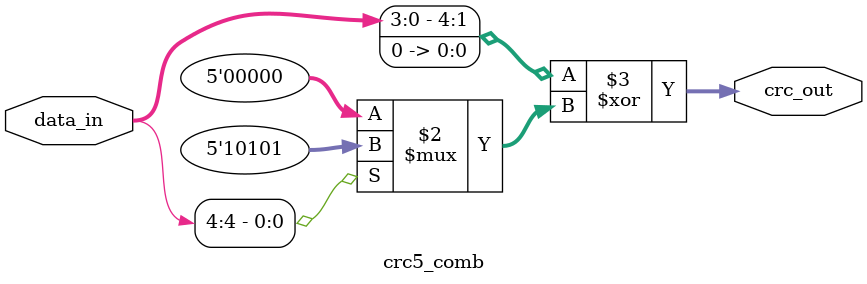
<source format=sv>
module crc5_comb (
    input [4:0] data_in,
    output [4:0] crc_out
);
assign crc_out = (data_in << 1) ^ ((data_in[4]) ? 5'h15 : 5'h00);
endmodule
</source>
